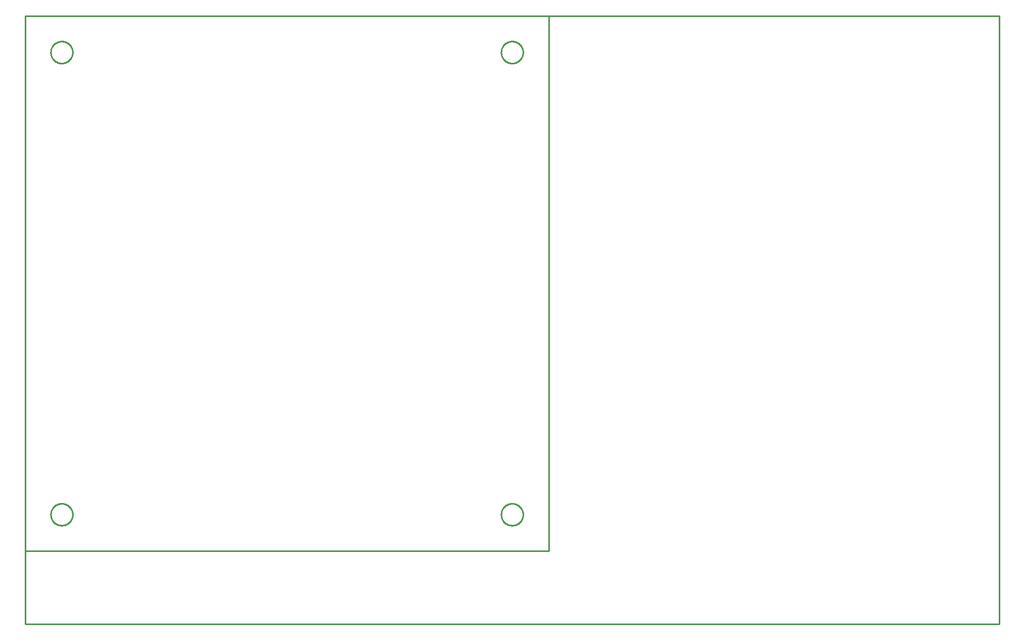
<source format=gbr>
G04 EAGLE Gerber RS-274X export*
G75*
%MOMM*%
%FSLAX34Y34*%
%LPD*%
%IN*%
%IPPOS*%
%AMOC8*
5,1,8,0,0,1.08239X$1,22.5*%
G01*
%ADD10C,0.254000*%


D10*
X0Y0D02*
X1600000Y0D01*
X1600000Y1000000D01*
X0Y1000000D01*
X0Y0D01*
X0Y120000D02*
X860000Y120000D01*
X860000Y1000000D01*
X0Y1000000D01*
X0Y120000D01*
X78000Y939411D02*
X77923Y938235D01*
X77769Y937066D01*
X77539Y935910D01*
X77234Y934772D01*
X76855Y933656D01*
X76404Y932567D01*
X75883Y931510D01*
X75294Y930490D01*
X74639Y929510D01*
X73922Y928575D01*
X73145Y927689D01*
X72311Y926855D01*
X71425Y926078D01*
X70490Y925361D01*
X69510Y924706D01*
X68490Y924117D01*
X67433Y923596D01*
X66344Y923145D01*
X65228Y922766D01*
X64090Y922461D01*
X62934Y922231D01*
X61765Y922077D01*
X60589Y922000D01*
X59411Y922000D01*
X58235Y922077D01*
X57066Y922231D01*
X55910Y922461D01*
X54772Y922766D01*
X53656Y923145D01*
X52567Y923596D01*
X51510Y924117D01*
X50490Y924706D01*
X49510Y925361D01*
X48575Y926078D01*
X47689Y926855D01*
X46855Y927689D01*
X46078Y928575D01*
X45361Y929510D01*
X44706Y930490D01*
X44117Y931510D01*
X43596Y932567D01*
X43145Y933656D01*
X42766Y934772D01*
X42461Y935910D01*
X42231Y937066D01*
X42077Y938235D01*
X42000Y939411D01*
X42000Y940589D01*
X42077Y941765D01*
X42231Y942934D01*
X42461Y944090D01*
X42766Y945228D01*
X43145Y946344D01*
X43596Y947433D01*
X44117Y948490D01*
X44706Y949510D01*
X45361Y950490D01*
X46078Y951425D01*
X46855Y952311D01*
X47689Y953145D01*
X48575Y953922D01*
X49510Y954639D01*
X50490Y955294D01*
X51510Y955883D01*
X52567Y956404D01*
X53656Y956855D01*
X54772Y957234D01*
X55910Y957539D01*
X57066Y957769D01*
X58235Y957923D01*
X59411Y958000D01*
X60589Y958000D01*
X61765Y957923D01*
X62934Y957769D01*
X64090Y957539D01*
X65228Y957234D01*
X66344Y956855D01*
X67433Y956404D01*
X68490Y955883D01*
X69510Y955294D01*
X70490Y954639D01*
X71425Y953922D01*
X72311Y953145D01*
X73145Y952311D01*
X73922Y951425D01*
X74639Y950490D01*
X75294Y949510D01*
X75883Y948490D01*
X76404Y947433D01*
X76855Y946344D01*
X77234Y945228D01*
X77539Y944090D01*
X77769Y942934D01*
X77923Y941765D01*
X78000Y940589D01*
X78000Y939411D01*
X78000Y179411D02*
X77923Y178235D01*
X77769Y177066D01*
X77539Y175910D01*
X77234Y174772D01*
X76855Y173656D01*
X76404Y172567D01*
X75883Y171510D01*
X75294Y170490D01*
X74639Y169510D01*
X73922Y168575D01*
X73145Y167689D01*
X72311Y166855D01*
X71425Y166078D01*
X70490Y165361D01*
X69510Y164706D01*
X68490Y164117D01*
X67433Y163596D01*
X66344Y163145D01*
X65228Y162766D01*
X64090Y162461D01*
X62934Y162231D01*
X61765Y162077D01*
X60589Y162000D01*
X59411Y162000D01*
X58235Y162077D01*
X57066Y162231D01*
X55910Y162461D01*
X54772Y162766D01*
X53656Y163145D01*
X52567Y163596D01*
X51510Y164117D01*
X50490Y164706D01*
X49510Y165361D01*
X48575Y166078D01*
X47689Y166855D01*
X46855Y167689D01*
X46078Y168575D01*
X45361Y169510D01*
X44706Y170490D01*
X44117Y171510D01*
X43596Y172567D01*
X43145Y173656D01*
X42766Y174772D01*
X42461Y175910D01*
X42231Y177066D01*
X42077Y178235D01*
X42000Y179411D01*
X42000Y180589D01*
X42077Y181765D01*
X42231Y182934D01*
X42461Y184090D01*
X42766Y185228D01*
X43145Y186344D01*
X43596Y187433D01*
X44117Y188490D01*
X44706Y189510D01*
X45361Y190490D01*
X46078Y191425D01*
X46855Y192311D01*
X47689Y193145D01*
X48575Y193922D01*
X49510Y194639D01*
X50490Y195294D01*
X51510Y195883D01*
X52567Y196404D01*
X53656Y196855D01*
X54772Y197234D01*
X55910Y197539D01*
X57066Y197769D01*
X58235Y197923D01*
X59411Y198000D01*
X60589Y198000D01*
X61765Y197923D01*
X62934Y197769D01*
X64090Y197539D01*
X65228Y197234D01*
X66344Y196855D01*
X67433Y196404D01*
X68490Y195883D01*
X69510Y195294D01*
X70490Y194639D01*
X71425Y193922D01*
X72311Y193145D01*
X73145Y192311D01*
X73922Y191425D01*
X74639Y190490D01*
X75294Y189510D01*
X75883Y188490D01*
X76404Y187433D01*
X76855Y186344D01*
X77234Y185228D01*
X77539Y184090D01*
X77769Y182934D01*
X77923Y181765D01*
X78000Y180589D01*
X78000Y179411D01*
X818000Y179411D02*
X817923Y178235D01*
X817769Y177066D01*
X817539Y175910D01*
X817234Y174772D01*
X816855Y173656D01*
X816404Y172567D01*
X815883Y171510D01*
X815294Y170490D01*
X814639Y169510D01*
X813922Y168575D01*
X813145Y167689D01*
X812311Y166855D01*
X811425Y166078D01*
X810490Y165361D01*
X809510Y164706D01*
X808490Y164117D01*
X807433Y163596D01*
X806344Y163145D01*
X805228Y162766D01*
X804090Y162461D01*
X802934Y162231D01*
X801765Y162077D01*
X800589Y162000D01*
X799411Y162000D01*
X798235Y162077D01*
X797066Y162231D01*
X795910Y162461D01*
X794772Y162766D01*
X793656Y163145D01*
X792567Y163596D01*
X791510Y164117D01*
X790490Y164706D01*
X789510Y165361D01*
X788575Y166078D01*
X787689Y166855D01*
X786855Y167689D01*
X786078Y168575D01*
X785361Y169510D01*
X784706Y170490D01*
X784117Y171510D01*
X783596Y172567D01*
X783145Y173656D01*
X782766Y174772D01*
X782461Y175910D01*
X782231Y177066D01*
X782077Y178235D01*
X782000Y179411D01*
X782000Y180589D01*
X782077Y181765D01*
X782231Y182934D01*
X782461Y184090D01*
X782766Y185228D01*
X783145Y186344D01*
X783596Y187433D01*
X784117Y188490D01*
X784706Y189510D01*
X785361Y190490D01*
X786078Y191425D01*
X786855Y192311D01*
X787689Y193145D01*
X788575Y193922D01*
X789510Y194639D01*
X790490Y195294D01*
X791510Y195883D01*
X792567Y196404D01*
X793656Y196855D01*
X794772Y197234D01*
X795910Y197539D01*
X797066Y197769D01*
X798235Y197923D01*
X799411Y198000D01*
X800589Y198000D01*
X801765Y197923D01*
X802934Y197769D01*
X804090Y197539D01*
X805228Y197234D01*
X806344Y196855D01*
X807433Y196404D01*
X808490Y195883D01*
X809510Y195294D01*
X810490Y194639D01*
X811425Y193922D01*
X812311Y193145D01*
X813145Y192311D01*
X813922Y191425D01*
X814639Y190490D01*
X815294Y189510D01*
X815883Y188490D01*
X816404Y187433D01*
X816855Y186344D01*
X817234Y185228D01*
X817539Y184090D01*
X817769Y182934D01*
X817923Y181765D01*
X818000Y180589D01*
X818000Y179411D01*
X818000Y939411D02*
X817923Y938235D01*
X817769Y937066D01*
X817539Y935910D01*
X817234Y934772D01*
X816855Y933656D01*
X816404Y932567D01*
X815883Y931510D01*
X815294Y930490D01*
X814639Y929510D01*
X813922Y928575D01*
X813145Y927689D01*
X812311Y926855D01*
X811425Y926078D01*
X810490Y925361D01*
X809510Y924706D01*
X808490Y924117D01*
X807433Y923596D01*
X806344Y923145D01*
X805228Y922766D01*
X804090Y922461D01*
X802934Y922231D01*
X801765Y922077D01*
X800589Y922000D01*
X799411Y922000D01*
X798235Y922077D01*
X797066Y922231D01*
X795910Y922461D01*
X794772Y922766D01*
X793656Y923145D01*
X792567Y923596D01*
X791510Y924117D01*
X790490Y924706D01*
X789510Y925361D01*
X788575Y926078D01*
X787689Y926855D01*
X786855Y927689D01*
X786078Y928575D01*
X785361Y929510D01*
X784706Y930490D01*
X784117Y931510D01*
X783596Y932567D01*
X783145Y933656D01*
X782766Y934772D01*
X782461Y935910D01*
X782231Y937066D01*
X782077Y938235D01*
X782000Y939411D01*
X782000Y940589D01*
X782077Y941765D01*
X782231Y942934D01*
X782461Y944090D01*
X782766Y945228D01*
X783145Y946344D01*
X783596Y947433D01*
X784117Y948490D01*
X784706Y949510D01*
X785361Y950490D01*
X786078Y951425D01*
X786855Y952311D01*
X787689Y953145D01*
X788575Y953922D01*
X789510Y954639D01*
X790490Y955294D01*
X791510Y955883D01*
X792567Y956404D01*
X793656Y956855D01*
X794772Y957234D01*
X795910Y957539D01*
X797066Y957769D01*
X798235Y957923D01*
X799411Y958000D01*
X800589Y958000D01*
X801765Y957923D01*
X802934Y957769D01*
X804090Y957539D01*
X805228Y957234D01*
X806344Y956855D01*
X807433Y956404D01*
X808490Y955883D01*
X809510Y955294D01*
X810490Y954639D01*
X811425Y953922D01*
X812311Y953145D01*
X813145Y952311D01*
X813922Y951425D01*
X814639Y950490D01*
X815294Y949510D01*
X815883Y948490D01*
X816404Y947433D01*
X816855Y946344D01*
X817234Y945228D01*
X817539Y944090D01*
X817769Y942934D01*
X817923Y941765D01*
X818000Y940589D01*
X818000Y939411D01*
M02*

</source>
